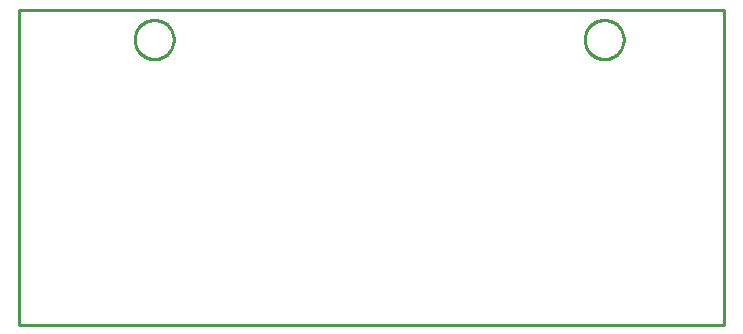
<source format=gbr>
G04 EAGLE Gerber RS-274X export*
G75*
%MOMM*%
%FSLAX34Y34*%
%LPD*%
%IN*%
%IPPOS*%
%AMOC8*
5,1,8,0,0,1.08239X$1,22.5*%
G01*
%ADD10C,0.254000*%


D10*
X0Y0D02*
X596900Y0D01*
X596900Y266700D01*
X0Y266700D01*
X0Y0D01*
X130810Y240760D02*
X130739Y239681D01*
X130598Y238609D01*
X130387Y237549D01*
X130108Y236505D01*
X129760Y235481D01*
X129346Y234483D01*
X128868Y233513D01*
X128328Y232577D01*
X127727Y231678D01*
X127069Y230821D01*
X126357Y230008D01*
X125592Y229244D01*
X124779Y228531D01*
X123922Y227873D01*
X123023Y227272D01*
X122087Y226732D01*
X121117Y226254D01*
X120119Y225840D01*
X119095Y225492D01*
X118051Y225213D01*
X116991Y225002D01*
X115919Y224861D01*
X114840Y224790D01*
X113760Y224790D01*
X112681Y224861D01*
X111609Y225002D01*
X110549Y225213D01*
X109505Y225492D01*
X108481Y225840D01*
X107483Y226254D01*
X106513Y226732D01*
X105577Y227272D01*
X104678Y227873D01*
X103821Y228531D01*
X103008Y229244D01*
X102244Y230008D01*
X101531Y230821D01*
X100873Y231678D01*
X100272Y232577D01*
X99732Y233513D01*
X99254Y234483D01*
X98840Y235481D01*
X98492Y236505D01*
X98213Y237549D01*
X98002Y238609D01*
X97861Y239681D01*
X97790Y240760D01*
X97790Y241840D01*
X97861Y242919D01*
X98002Y243991D01*
X98213Y245051D01*
X98492Y246095D01*
X98840Y247119D01*
X99254Y248117D01*
X99732Y249087D01*
X100272Y250023D01*
X100873Y250922D01*
X101531Y251779D01*
X102244Y252592D01*
X103008Y253357D01*
X103821Y254069D01*
X104678Y254727D01*
X105577Y255328D01*
X106513Y255868D01*
X107483Y256346D01*
X108481Y256760D01*
X109505Y257108D01*
X110549Y257387D01*
X111609Y257598D01*
X112681Y257739D01*
X113760Y257810D01*
X114840Y257810D01*
X115919Y257739D01*
X116991Y257598D01*
X118051Y257387D01*
X119095Y257108D01*
X120119Y256760D01*
X121117Y256346D01*
X122087Y255868D01*
X123023Y255328D01*
X123922Y254727D01*
X124779Y254069D01*
X125592Y253357D01*
X126357Y252592D01*
X127069Y251779D01*
X127727Y250922D01*
X128328Y250023D01*
X128868Y249087D01*
X129346Y248117D01*
X129760Y247119D01*
X130108Y246095D01*
X130387Y245051D01*
X130598Y243991D01*
X130739Y242919D01*
X130810Y241840D01*
X130810Y240760D01*
X511810Y240760D02*
X511739Y239681D01*
X511598Y238609D01*
X511387Y237549D01*
X511108Y236505D01*
X510760Y235481D01*
X510346Y234483D01*
X509868Y233513D01*
X509328Y232577D01*
X508727Y231678D01*
X508069Y230821D01*
X507357Y230008D01*
X506592Y229244D01*
X505779Y228531D01*
X504922Y227873D01*
X504023Y227272D01*
X503087Y226732D01*
X502117Y226254D01*
X501119Y225840D01*
X500095Y225492D01*
X499051Y225213D01*
X497991Y225002D01*
X496919Y224861D01*
X495840Y224790D01*
X494760Y224790D01*
X493681Y224861D01*
X492609Y225002D01*
X491549Y225213D01*
X490505Y225492D01*
X489481Y225840D01*
X488483Y226254D01*
X487513Y226732D01*
X486577Y227272D01*
X485678Y227873D01*
X484821Y228531D01*
X484008Y229244D01*
X483244Y230008D01*
X482531Y230821D01*
X481873Y231678D01*
X481272Y232577D01*
X480732Y233513D01*
X480254Y234483D01*
X479840Y235481D01*
X479492Y236505D01*
X479213Y237549D01*
X479002Y238609D01*
X478861Y239681D01*
X478790Y240760D01*
X478790Y241840D01*
X478861Y242919D01*
X479002Y243991D01*
X479213Y245051D01*
X479492Y246095D01*
X479840Y247119D01*
X480254Y248117D01*
X480732Y249087D01*
X481272Y250023D01*
X481873Y250922D01*
X482531Y251779D01*
X483244Y252592D01*
X484008Y253357D01*
X484821Y254069D01*
X485678Y254727D01*
X486577Y255328D01*
X487513Y255868D01*
X488483Y256346D01*
X489481Y256760D01*
X490505Y257108D01*
X491549Y257387D01*
X492609Y257598D01*
X493681Y257739D01*
X494760Y257810D01*
X495840Y257810D01*
X496919Y257739D01*
X497991Y257598D01*
X499051Y257387D01*
X500095Y257108D01*
X501119Y256760D01*
X502117Y256346D01*
X503087Y255868D01*
X504023Y255328D01*
X504922Y254727D01*
X505779Y254069D01*
X506592Y253357D01*
X507357Y252592D01*
X508069Y251779D01*
X508727Y250922D01*
X509328Y250023D01*
X509868Y249087D01*
X510346Y248117D01*
X510760Y247119D01*
X511108Y246095D01*
X511387Y245051D01*
X511598Y243991D01*
X511739Y242919D01*
X511810Y241840D01*
X511810Y240760D01*
M02*

</source>
